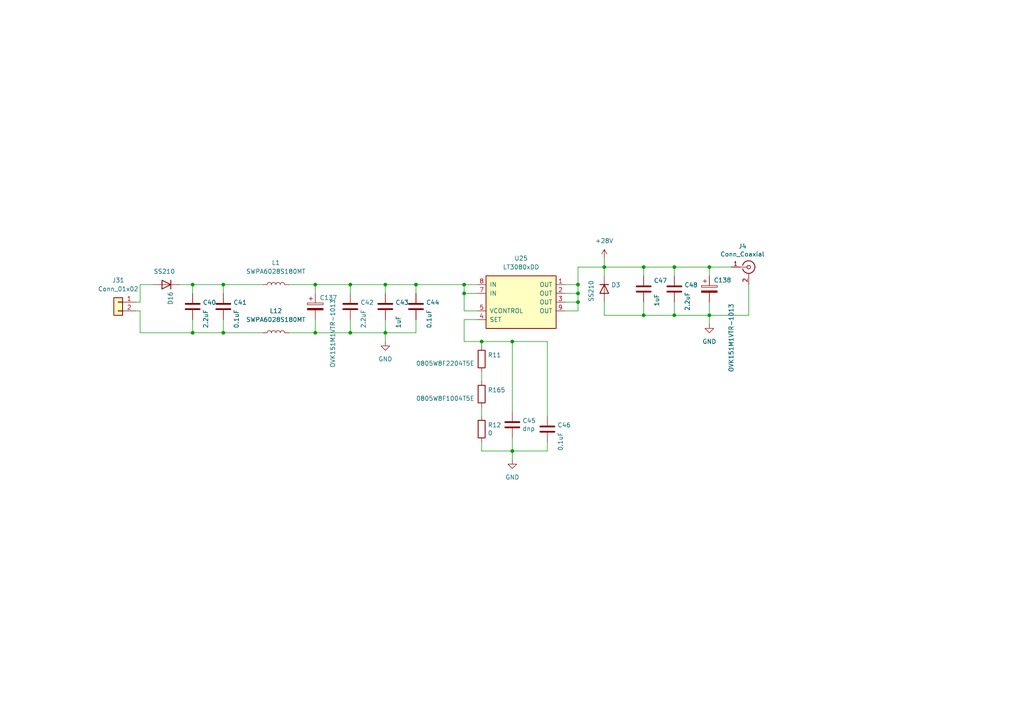
<source format=kicad_sch>
(kicad_sch (version 20211123) (generator eeschema)
  (paper "A4")
  (lib_symbols
    (symbol "Connector:Conn_Coaxial" (pin_names (offset 1.016) hide)
      (property "Reference" "J" (at 0.254 3.048 0))
      (property "Value" "Conn_Coaxial" (at 2.921 0 90))
      (symbol "Conn_Coaxial_0_1"
        (arc (start -1.778 -0.508) (mid 0.222 -1.808) (end 1.778 0) (stroke (width 0.254)))
        (polyline (pts (xy -2.54 0) (xy -0.508 0)))
        (polyline (pts (xy 0 -2.54) (xy 0 -1.778)))
        (circle (center 0 0) (radius 0.508) (stroke (width 0.2032)))
        (arc (start 1.778 0) (mid 0.222 1.8083) (end -1.778 0.508) (stroke (width 0.254)))
      )
      (symbol "Conn_Coaxial_1_1"
        (pin passive line (at -5.08 0 0) (length 2.54) (name "In") (number "1"))
        (pin passive line (at 0 -5.08 90) (length 2.54) (name "Ext") (number "2"))
      )
    )
    (symbol "Connector_Generic:Conn_01x02" (pin_names (offset 1.016) hide)
      (property "Reference" "J" (at 0 2.54 0))
      (property "Value" "Conn_01x02" (at 0 -5.08 0))
      (symbol "Conn_01x02_1_1"
        (rectangle (start -1.27 -2.413) (end 0 -2.667) (stroke (width 0.1524)))
        (rectangle (start -1.27 0.127) (end 0 -0.127) (stroke (width 0.1524)))
        (rectangle (start -1.27 1.27) (end 1.27 -3.81) (stroke (width 0.254)) (fill (type background)))
        (pin passive line (at -5.08 0 0) (length 3.81) (name "Pin_1") (number "1"))
        (pin passive line (at -5.08 -2.54 0) (length 3.81) (name "Pin_2") (number "2"))
      )
    )
    (symbol "Device:C" (pin_numbers hide) (pin_names (offset 0.254))
      (property "Reference" "C" (at 0.635 2.54 0))
      (property "Value" "C" (at 0.635 -2.54 0))
      (symbol "C_0_1"
        (polyline (pts (xy -2.032 -0.762) (xy 2.032 -0.762)) (stroke (width 0.508)))
        (polyline (pts (xy -2.032 0.762) (xy 2.032 0.762)) (stroke (width 0.508)))
      )
      (symbol "C_1_1"
        (pin passive line (at 0 3.81 270) (length 2.794) (name "~") (number "1"))
        (pin passive line (at 0 -3.81 90) (length 2.794) (name "~") (number "2"))
      )
    )
    (symbol "Device:CP" (pin_numbers hide) (pin_names (offset 0.254))
      (property "Reference" "C" (at 0.635 2.54 0))
      (property "Value" "Device_CP" (at 0.635 -2.54 0))
      (symbol "CP_0_1"
        (rectangle (start -2.286 0.508) (end 2.286 1.016))
        (polyline (pts (xy -1.778 2.286) (xy -0.762 2.286)))
        (polyline (pts (xy -1.27 2.794) (xy -1.27 1.778)))
        (rectangle (start 2.286 -0.508) (end -2.286 -1.016) (fill (type outline)))
      )
      (symbol "CP_1_1"
        (pin passive line (at 0 3.81 270) (length 2.794) (name "~") (number "1"))
        (pin passive line (at 0 -3.81 90) (length 2.794) (name "~") (number "2"))
      )
    )
    (symbol "Device:D" (pin_numbers hide) (pin_names (offset 1.016) hide)
      (property "Reference" "D" (at 0 2.54 0))
      (property "Value" "D" (at 0 -2.54 0))
      (symbol "D_0_1"
        (polyline (pts (xy -1.27 1.27) (xy -1.27 -1.27)) (stroke (width 0.254)))
        (polyline (pts (xy 1.27 0) (xy -1.27 0)))
        (polyline (pts (xy 1.27 1.27) (xy 1.27 -1.27) (xy -1.27 0) (xy 1.27 1.27)) (stroke (width 0.254)))
      )
      (symbol "D_1_1"
        (pin passive line (at -3.81 0 0) (length 2.54) (name "K") (number "1"))
        (pin passive line (at 3.81 0 180) (length 2.54) (name "A") (number "2"))
      )
    )
    (symbol "Device:L" (pin_numbers hide) (pin_names (offset 1.016) hide)
      (property "Reference" "L" (at -1.27 0 90))
      (property "Value" "L" (at 1.905 0 90))
      (symbol "L_0_1"
        (arc (start 0 -2.54) (mid 0.635 -1.905) (end 0 -1.27))
        (arc (start 0 -1.27) (mid 0.635 -0.635) (end 0 0))
        (arc (start 0 0) (mid 0.635 0.635) (end 0 1.27))
        (arc (start 0 1.27) (mid 0.635 1.905) (end 0 2.54))
      )
      (symbol "L_1_1"
        (pin passive line (at 0 3.81 270) (length 1.27) (name "1") (number "1"))
        (pin passive line (at 0 -3.81 90) (length 1.27) (name "2") (number "2"))
      )
    )
    (symbol "Device:R" (pin_numbers hide) (pin_names (offset 0))
      (property "Reference" "R" (at 2.032 0 90))
      (property "Value" "R" (at 0 0 90))
      (symbol "R_0_1"
        (rectangle (start -1.016 -2.54) (end 1.016 2.54) (stroke (width 0.254)))
      )
      (symbol "R_1_1"
        (pin passive line (at 0 3.81 270) (length 1.27) (name "~") (number "1"))
        (pin passive line (at 0 -3.81 90) (length 1.27) (name "~") (number "2"))
      )
    )
    (symbol "Regulator_Linear:LT3080xDD" (pin_names (offset 1.016))
      (property "Reference" "U" (at -8.89 9.144 0))
      (property "Value" "LT3080xDD" (at 10.414 9.144 0))
      (symbol "LT3080xDD_0_1"
        (rectangle (start -10.16 7.62) (end 10.16 -7.62) (stroke (width 0.254)) (fill (type background)))
      )
      (symbol "LT3080xDD_1_1"
        (pin power_out line (at 12.7 5.08 180) (length 2.54) (name "OUT") (number "1"))
        (pin power_out line (at 12.7 2.54 180) (length 2.54) (name "OUT") (number "2"))
        (pin power_out line (at 12.7 0 180) (length 2.54) (name "OUT") (number "3"))
        (pin input line (at -12.7 -5.08 0) (length 2.54) (name "SET") (number "4"))
        (pin input line (at -12.7 -2.54 0) (length 2.54) (name "VCONTROL") (number "5"))
        (pin no_connect line (at -10.16 0 0) (length 2.54) hide (name "NC") (number "6"))
        (pin power_in line (at -12.7 2.54 0) (length 2.54) (name "IN") (number "7"))
        (pin power_in line (at -12.7 5.08 0) (length 2.54) (name "IN") (number "8"))
        (pin power_out line (at 12.7 -2.54 180) (length 2.54) (name "OUT") (number "9"))
      )
    )
    (symbol "power:+28V" (power) (pin_names (offset 0))
      (property "Value" "+28V" (at 0 3.81 0))
      (symbol "+28V_0_1"
        (polyline (pts (xy -0.762 1.27) (xy 0 2.54)))
        (polyline (pts (xy 0 0) (xy 0 2.54)))
        (polyline (pts (xy 0 2.54) (xy 0.762 1.27)))
      )
      (symbol "+28V_1_1"
        (pin power_in line (at 0 0 90) (length 0) hide (name "+28V") (number "1"))
      )
    )
    (symbol "power:GND" (power) (pin_names (offset 0))
      (property "Value" "GND" (at 0 -3.81 0))
      (symbol "GND_0_1"
        (polyline (pts (xy 0 0) (xy 0 -1.27) (xy 1.27 -1.27) (xy 0 -2.54) (xy -1.27 -1.27) (xy 0 -1.27)))
      )
      (symbol "GND_1_1"
        (pin power_in line (at 0 0 270) (length 0) hide (name "GND") (number "1"))
      )
    )
  )
  (junction (at 134.62 82.55))
  (junction (at 175.26 77.47))
  (junction (at 186.69 91.44))
  (junction (at 101.6 82.55))
  (junction (at 186.69 77.47))
  (junction (at 167.64 82.55))
  (junction (at 111.76 82.55))
  (junction (at 55.88 82.55))
  (junction (at 91.44 96.52))
  (junction (at 195.58 77.47))
  (junction (at 64.77 96.52))
  (junction (at 134.62 85.09))
  (junction (at 205.74 77.47))
  (junction (at 55.88 96.52))
  (junction (at 205.74 91.44))
  (junction (at 111.76 96.52))
  (junction (at 101.6 96.52))
  (junction (at 139.7 99.06))
  (junction (at 148.59 130.81))
  (junction (at 64.77 82.55))
  (junction (at 195.58 91.44))
  (junction (at 167.64 87.63))
  (junction (at 120.65 82.55))
  (junction (at 148.59 99.06))
  (junction (at 91.44 82.55))
  (junction (at 167.64 85.09))
  (wire (pts (xy 195.58 77.47) (xy 195.58 80.01)))
  (wire (pts (xy 138.43 92.71) (xy 134.62 92.71)))
  (wire (pts (xy 111.76 82.55) (xy 120.65 82.55)))
  (wire (pts (xy 64.77 82.55) (xy 64.77 85.09)))
  (wire (pts (xy 101.6 85.09) (xy 101.6 82.55)))
  (wire (pts (xy 139.7 130.81) (xy 148.59 130.81)))
  (wire (pts (xy 158.75 99.06) (xy 148.59 99.06)))
  (wire (pts (xy 205.74 87.63) (xy 205.74 91.44)))
  (wire (pts (xy 64.77 82.55) (xy 55.88 82.55)))
  (wire (pts (xy 91.44 92.71) (xy 91.44 96.52)))
  (wire (pts (xy 40.64 82.55) (xy 44.45 82.55)))
  (wire (pts (xy 175.26 91.44) (xy 186.69 91.44)))
  (wire (pts (xy 217.17 82.55) (xy 217.17 91.44)))
  (wire (pts (xy 167.64 85.09) (xy 167.64 82.55)))
  (wire (pts (xy 64.77 82.55) (xy 76.2 82.55)))
  (wire (pts (xy 175.26 77.47) (xy 186.69 77.47)))
  (wire (pts (xy 205.74 77.47) (xy 205.74 80.01)))
  (wire (pts (xy 55.88 92.71) (xy 55.88 96.52)))
  (wire (pts (xy 148.59 127) (xy 148.59 130.81)))
  (wire (pts (xy 134.62 92.71) (xy 134.62 99.06)))
  (wire (pts (xy 167.64 85.09) (xy 167.64 87.63)))
  (wire (pts (xy 120.65 92.71) (xy 120.65 96.52)))
  (wire (pts (xy 55.88 96.52) (xy 64.77 96.52)))
  (wire (pts (xy 40.64 87.63) (xy 40.64 82.55)))
  (wire (pts (xy 163.83 82.55) (xy 167.64 82.55)))
  (wire (pts (xy 175.26 80.01) (xy 175.26 77.47)))
  (wire (pts (xy 134.62 82.55) (xy 134.62 85.09)))
  (wire (pts (xy 186.69 77.47) (xy 186.69 80.01)))
  (wire (pts (xy 39.37 90.17) (xy 40.64 90.17)))
  (wire (pts (xy 134.62 82.55) (xy 138.43 82.55)))
  (wire (pts (xy 91.44 85.09) (xy 91.44 82.55)))
  (wire (pts (xy 83.82 96.52) (xy 91.44 96.52)))
  (wire (pts (xy 64.77 92.71) (xy 64.77 96.52)))
  (wire (pts (xy 175.26 87.63) (xy 175.26 91.44)))
  (wire (pts (xy 163.83 90.17) (xy 167.64 90.17)))
  (wire (pts (xy 167.64 77.47) (xy 175.26 77.47)))
  (wire (pts (xy 167.64 82.55) (xy 167.64 77.47)))
  (wire (pts (xy 139.7 118.11) (xy 139.7 120.65)))
  (wire (pts (xy 55.88 82.55) (xy 55.88 85.09)))
  (wire (pts (xy 91.44 82.55) (xy 101.6 82.55)))
  (wire (pts (xy 101.6 82.55) (xy 111.76 82.55)))
  (wire (pts (xy 111.76 99.06) (xy 111.76 96.52)))
  (wire (pts (xy 138.43 90.17) (xy 134.62 90.17)))
  (wire (pts (xy 120.65 85.09) (xy 120.65 82.55)))
  (wire (pts (xy 111.76 96.52) (xy 120.65 96.52)))
  (wire (pts (xy 139.7 128.27) (xy 139.7 130.81)))
  (wire (pts (xy 175.26 74.93) (xy 175.26 77.47)))
  (wire (pts (xy 64.77 96.52) (xy 76.2 96.52)))
  (wire (pts (xy 139.7 107.95) (xy 139.7 110.49)))
  (wire (pts (xy 186.69 91.44) (xy 195.58 91.44)))
  (wire (pts (xy 217.17 91.44) (xy 205.74 91.44)))
  (wire (pts (xy 205.74 91.44) (xy 205.74 93.98)))
  (wire (pts (xy 186.69 77.47) (xy 195.58 77.47)))
  (wire (pts (xy 134.62 85.09) (xy 134.62 90.17)))
  (wire (pts (xy 101.6 96.52) (xy 111.76 96.52)))
  (wire (pts (xy 134.62 99.06) (xy 139.7 99.06)))
  (wire (pts (xy 158.75 130.81) (xy 148.59 130.81)))
  (wire (pts (xy 139.7 100.33) (xy 139.7 99.06)))
  (wire (pts (xy 39.37 87.63) (xy 40.64 87.63)))
  (wire (pts (xy 134.62 85.09) (xy 138.43 85.09)))
  (wire (pts (xy 158.75 128.27) (xy 158.75 130.81)))
  (wire (pts (xy 139.7 99.06) (xy 148.59 99.06)))
  (wire (pts (xy 195.58 91.44) (xy 205.74 91.44)))
  (wire (pts (xy 40.64 90.17) (xy 40.64 96.52)))
  (wire (pts (xy 195.58 77.47) (xy 205.74 77.47)))
  (wire (pts (xy 120.65 82.55) (xy 134.62 82.55)))
  (wire (pts (xy 52.07 82.55) (xy 55.88 82.55)))
  (wire (pts (xy 111.76 85.09) (xy 111.76 82.55)))
  (wire (pts (xy 111.76 92.71) (xy 111.76 96.52)))
  (wire (pts (xy 148.59 130.81) (xy 148.59 133.35)))
  (wire (pts (xy 186.69 87.63) (xy 186.69 91.44)))
  (wire (pts (xy 148.59 99.06) (xy 148.59 119.38)))
  (wire (pts (xy 83.82 82.55) (xy 91.44 82.55)))
  (wire (pts (xy 163.83 85.09) (xy 167.64 85.09)))
  (wire (pts (xy 91.44 96.52) (xy 101.6 96.52)))
  (wire (pts (xy 101.6 92.71) (xy 101.6 96.52)))
  (wire (pts (xy 205.74 77.47) (xy 212.09 77.47)))
  (wire (pts (xy 163.83 87.63) (xy 167.64 87.63)))
  (wire (pts (xy 167.64 90.17) (xy 167.64 87.63)))
  (wire (pts (xy 195.58 87.63) (xy 195.58 91.44)))
  (wire (pts (xy 158.75 120.65) (xy 158.75 99.06)))
  (wire (pts (xy 40.64 96.52) (xy 55.88 96.52)))
  (symbol (lib_id "Device:R") (at 139.7 124.46 0) (mirror y) (unit 1)
    (property "Reference" "R12" (at 141.478 123.2916 0) (effects (justify right)))
    (property "Value" "0" (at 141.478 125.603 0) (effects (justify right)))
    (property "Footprint" "Resistor_SMD:R_0805_2012Metric" (effects hide))
  )
  (symbol (lib_id "Device:CP") (at 205.74 83.82 0) (unit 1)
    (property "Reference" "C138" (at 207.01 81.28 0) (effects (justify left)))
    (property "Value" "OVK151M1VTR-1013" (at 212.09 107.95 90) (effects (justify left)))
    (property "Footprint" "Capacitor_SMD:CP_Elec_10x10.5" (effects hide))
  )
  (symbol (lib_id "power:GND") (at 148.59 133.35 0) (unit 1)
    (property "Reference" "#PWR0127" (effects hide))
    (property "Value" "GND" (at 148.59 138.43 0))
  )
  (symbol (lib_id "Device:C") (at 101.6 88.9 0) (unit 1)
    (property "Reference" "C42" (at 104.521 87.7316 0) (effects (justify left)))
    (property "Value" "2.2uF" (at 105.41 95.25 90) (effects (justify left)))
    (property "Footprint" "Capacitor_SMD:C_1206_3216Metric" (effects hide))
  )
  (symbol (lib_id "Device:C") (at 64.77 88.9 0) (unit 1)
    (property "Reference" "C41" (at 67.691 87.7316 0) (effects (justify left)))
    (property "Value" "0.1uF" (at 68.58 95.25 90) (effects (justify left)))
    (property "Footprint" "Capacitor_SMD:C_0805_2012Metric" (effects hide))
  )
  (symbol (lib_id "Device:R") (at 139.7 114.3 0) (mirror y) (unit 1)
    (property "Reference" "R165" (at 141.478 113.1316 0) (effects (justify right)))
    (property "Value" "0805W8F1004T5E" (at 120.65 115.57 0) (effects (justify right)))
    (property "Footprint" "Resistor_SMD:R_0805_2012Metric" (effects hide))
  )
  (symbol (lib_id "Device:C") (at 186.69 83.82 0) (unit 1)
    (property "Reference" "C47" (at 189.611 81.3816 0) (effects (justify left)))
    (property "Value" "1uF" (at 190.5 88.9 90) (effects (justify left)))
    (property "Footprint" "Capacitor_SMD:C_1206_3216Metric" (effects hide))
  )
  (symbol (lib_id "Device:C") (at 148.59 123.19 0) (unit 1)
    (property "Reference" "C45" (at 151.511 122.0216 0) (effects (justify left)))
    (property "Value" "dnp" (at 151.511 124.333 0) (effects (justify left)))
    (property "Footprint" "Capacitor_SMD:C_1210_3225Metric_Pad1.33x2.70mm_HandSolder" (effects hide))
  )
  (symbol (lib_id "Device:L") (at 80.01 82.55 90) (unit 1)
    (property "Reference" "L1" (at 80.01 76.2 90))
    (property "Value" "SWPA6028S180MT" (at 80.01 78.74 90))
    (property "Footprint" "Inductor_SMD:L_Bourns-SRN6028" (effects hide))
  )
  (symbol (lib_id "Device:C") (at 55.88 88.9 0) (unit 1)
    (property "Reference" "C40" (at 58.801 87.7316 0) (effects (justify left)))
    (property "Value" "2.2uF" (at 59.69 95.25 90) (effects (justify left)))
    (property "Footprint" "Capacitor_SMD:C_1206_3216Metric" (effects hide))
  )
  (symbol (lib_id "Device:C") (at 120.65 88.9 0) (unit 1)
    (property "Reference" "C44" (at 123.571 87.7316 0) (effects (justify left)))
    (property "Value" "0.1uF" (at 124.46 95.25 90) (effects (justify left)))
    (property "Footprint" "Capacitor_SMD:C_0805_2012Metric" (effects hide))
  )
  (symbol (lib_id "Device:C") (at 195.58 83.82 0) (unit 1)
    (property "Reference" "C48" (at 198.501 82.6516 0) (effects (justify left)))
    (property "Value" "2.2uF" (at 199.39 90.17 90) (effects (justify left)))
    (property "Footprint" "Capacitor_SMD:C_1206_3216Metric" (effects hide))
  )
  (symbol (lib_id "Regulator_Linear:LT3080xDD") (at 151.13 87.63 0) (unit 1)
    (property "Reference" "U25" (at 151.13 74.93 0))
    (property "Value" "LT3080xDD" (at 151.13 77.47 0))
    (property "Footprint" "Package_DFN_QFN:DFN-8-1EP_3x3mm_P0.5mm_EP1.66x2.38mm" (effects hide))
    (property "Datasheet" "https://www.analog.com/media/en/technical-documentation/data-sheets/3080fc.pdf" (effects hide))
  )
  (symbol (lib_id "Connector:Conn_Coaxial") (at 217.17 77.47 0) (unit 1)
    (property "Reference" "J4" (at 215.3412 71.4248 0))
    (property "Value" "Conn_Coaxial" (at 215.3412 73.7362 0))
    (property "Footprint" "Connector_Coaxial:U.FL_Hirose_U.FL-R-SMT-1_Vertical" (effects hide))
    (property "Datasheet" " ~" (effects hide))
  )
  (symbol (lib_id "power:+28V") (at 175.26 74.93 0) (unit 1)
    (property "Reference" "#PWR0128" (effects hide))
    (property "Value" "+28V" (at 175.26 69.85 0))
  )
  (symbol (lib_id "Device:D") (at 175.26 83.82 270) (unit 1)
    (property "Reference" "D3" (at 177.2666 82.6516 90) (effects (justify left)))
    (property "Value" "SS210" (at 171.45 81.28 0) (effects (justify left)))
    (property "Footprint" "Diode_SMD:D_SMA" (effects hide))
  )
  (symbol (lib_id "Device:D") (at 48.26 82.55 180) (unit 1)
    (property "Reference" "D16" (at 49.4284 84.5566 90) (effects (justify left)))
    (property "Value" "SS210" (at 50.8 78.74 0) (effects (justify left)))
    (property "Footprint" "Diode_SMD:D_SMA" (effects hide))
  )
  (symbol (lib_id "Device:C") (at 111.76 88.9 0) (unit 1)
    (property "Reference" "C43" (at 114.681 87.7316 0) (effects (justify left)))
    (property "Value" "1uF" (at 115.57 95.25 90) (effects (justify left)))
    (property "Footprint" "Capacitor_SMD:C_1206_3216Metric" (effects hide))
  )
  (symbol (lib_id "Device:R") (at 139.7 104.14 0) (mirror y) (unit 1)
    (property "Reference" "R11" (at 141.478 102.9716 0) (effects (justify right)))
    (property "Value" "0805W8F2204T5E" (at 120.65 105.41 0) (effects (justify right)))
    (property "Footprint" "Resistor_SMD:R_0805_2012Metric" (effects hide))
  )
  (symbol (lib_id "Device:L") (at 80.01 96.52 90) (unit 1)
    (property "Reference" "L12" (at 80.01 90.17 90))
    (property "Value" "SWPA6028S180MT" (at 80.01 92.71 90))
    (property "Footprint" "Inductor_SMD:L_Bourns-SRN6028" (effects hide))
  )
  (symbol (lib_id "Device:CP") (at 91.44 88.9 0) (unit 1)
    (property "Reference" "C137" (at 92.71 86.36 0) (effects (justify left)))
    (property "Value" "OVK151M1VTR-1013" (at 96.52 106.68 90) (effects (justify left)))
    (property "Footprint" "Capacitor_SMD:CP_Elec_10x10.5" (effects hide))
  )
  (symbol (lib_id "power:GND") (at 205.74 93.98 0) (unit 1)
    (property "Reference" "#PWR0131" (effects hide))
    (property "Value" "GND" (at 205.74 99.06 0))
  )
  (symbol (lib_id "Device:C") (at 158.75 124.46 0) (unit 1)
    (property "Reference" "C46" (at 161.671 123.2916 0) (effects (justify left)))
    (property "Value" "0.1uF" (at 162.56 130.81 90) (effects (justify left)))
    (property "Footprint" "Capacitor_SMD:C_0805_2012Metric" (effects hide))
  )
  (symbol (lib_id "power:GND") (at 111.76 99.06 0) (unit 1)
    (property "Reference" "#PWR0235" (effects hide))
    (property "Value" "GND" (at 111.76 104.14 0))
  )
  (symbol (lib_id "Connector_Generic:Conn_01x02") (at 34.29 87.63 0) (mirror y) (unit 1)
    (property "Reference" "J31" (at 34.29 81.28 0))
    (property "Value" "Conn_01x02" (at 34.29 83.82 0))
    (property "Footprint" "Connector_PinHeader_2.54mm:PinHeader_1x02_P2.54mm_Vertical" (effects hide))
  )
)
</source>
